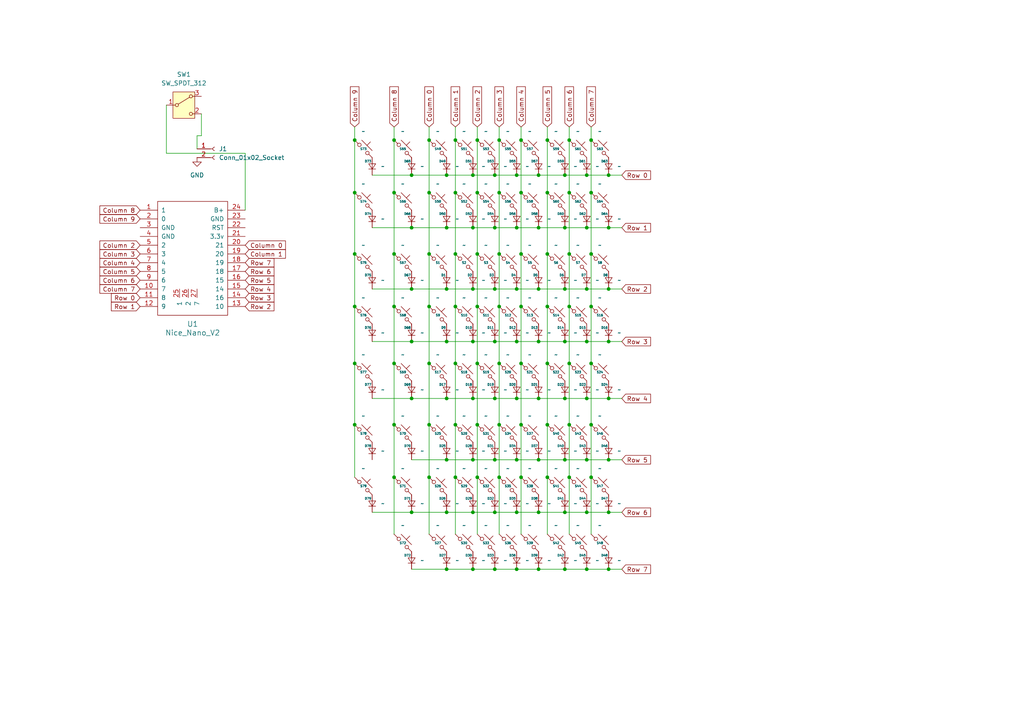
<source format=kicad_sch>
(kicad_sch (version 20250114) (generator "eeschema") (generator_version "9.0")
  (paper "A4")
  (junction (at 151.13 138.43))
  (junction (at 137.16 133.35))
  (junction (at 129.54 148.59))
  (junction (at 176.53 115.57))
  (junction (at 144.78 55.88))
  (junction (at 132.08 73.66))
  (junction (at 137.16 50.8))
  (junction (at 170.18 50.8))
  (junction (at 176.53 50.8))
  (junction (at 170.18 115.57))
  (junction (at 114.3 105.41))
  (junction (at 163.83 133.35))
  (junction (at 176.53 133.35))
  (junction (at 156.21 133.35))
  (junction (at 102.87 40.64))
  (junction (at 163.83 83.82))
  (junction (at 138.43 123.19))
  (junction (at 165.1 73.66))
  (junction (at 114.3 73.66))
  (junction (at 149.86 133.35))
  (junction (at 143.51 50.8))
  (junction (at 114.3 88.9))
  (junction (at 156.21 99.06))
  (junction (at 176.53 148.59))
  (junction (at 124.46 123.19))
  (junction (at 144.78 40.64))
  (junction (at 137.16 66.04))
  (junction (at 176.53 66.04))
  (junction (at 170.18 99.06))
  (junction (at 151.13 55.88))
  (junction (at 171.45 123.19))
  (junction (at 114.3 138.43))
  (junction (at 102.87 88.9))
  (junction (at 163.83 99.06))
  (junction (at 129.54 165.1))
  (junction (at 149.86 50.8))
  (junction (at 102.87 105.41))
  (junction (at 132.08 105.41))
  (junction (at 149.86 148.59))
  (junction (at 124.46 55.88))
  (junction (at 132.08 55.88))
  (junction (at 143.51 66.04))
  (junction (at 119.38 50.8))
  (junction (at 151.13 40.64))
  (junction (at 102.87 73.66))
  (junction (at 171.45 55.88))
  (junction (at 144.78 73.66))
  (junction (at 137.16 148.59))
  (junction (at 149.86 165.1))
  (junction (at 176.53 83.82))
  (junction (at 149.86 66.04))
  (junction (at 129.54 66.04))
  (junction (at 129.54 115.57))
  (junction (at 158.75 105.41))
  (junction (at 144.78 105.41))
  (junction (at 151.13 73.66))
  (junction (at 143.51 83.82))
  (junction (at 144.78 88.9))
  (junction (at 163.83 50.8))
  (junction (at 143.51 115.57))
  (junction (at 124.46 105.41))
  (junction (at 158.75 55.88))
  (junction (at 129.54 83.82))
  (junction (at 124.46 88.9))
  (junction (at 138.43 55.88))
  (junction (at 132.08 138.43))
  (junction (at 176.53 165.1))
  (junction (at 124.46 73.66))
  (junction (at 176.53 99.06))
  (junction (at 143.51 148.59))
  (junction (at 163.83 115.57))
  (junction (at 158.75 40.64))
  (junction (at 151.13 88.9))
  (junction (at 171.45 73.66))
  (junction (at 138.43 88.9))
  (junction (at 129.54 133.35))
  (junction (at 170.18 83.82))
  (junction (at 163.83 66.04))
  (junction (at 138.43 73.66))
  (junction (at 165.1 105.41))
  (junction (at 143.51 165.1))
  (junction (at 102.87 55.88))
  (junction (at 171.45 88.9))
  (junction (at 156.21 165.1))
  (junction (at 114.3 40.64))
  (junction (at 156.21 66.04))
  (junction (at 165.1 55.88))
  (junction (at 156.21 83.82))
  (junction (at 114.3 55.88))
  (junction (at 163.83 148.59))
  (junction (at 163.83 165.1))
  (junction (at 158.75 88.9))
  (junction (at 132.08 123.19))
  (junction (at 119.38 99.06))
  (junction (at 170.18 66.04))
  (junction (at 170.18 165.1))
  (junction (at 158.75 138.43))
  (junction (at 165.1 40.64))
  (junction (at 171.45 138.43))
  (junction (at 165.1 123.19))
  (junction (at 158.75 73.66))
  (junction (at 170.18 148.59))
  (junction (at 137.16 83.82))
  (junction (at 124.46 40.64))
  (junction (at 129.54 99.06))
  (junction (at 102.87 123.19))
  (junction (at 124.46 138.43))
  (junction (at 170.18 133.35))
  (junction (at 119.38 115.57))
  (junction (at 138.43 105.41))
  (junction (at 129.54 50.8))
  (junction (at 143.51 99.06))
  (junction (at 151.13 105.41))
  (junction (at 137.16 165.1))
  (junction (at 158.75 123.19))
  (junction (at 132.08 88.9))
  (junction (at 149.86 83.82))
  (junction (at 165.1 138.43))
  (junction (at 156.21 148.59))
  (junction (at 156.21 115.57))
  (junction (at 119.38 148.59))
  (junction (at 132.08 40.64))
  (junction (at 171.45 105.41))
  (junction (at 144.78 138.43))
  (junction (at 165.1 88.9))
  (junction (at 149.86 99.06))
  (junction (at 144.78 123.19))
  (junction (at 138.43 40.64))
  (junction (at 149.86 115.57))
  (junction (at 151.13 123.19))
  (junction (at 114.3 123.19))
  (junction (at 119.38 66.04))
  (junction (at 138.43 138.43))
  (junction (at 143.51 133.35))
  (junction (at 119.38 83.82))
  (junction (at 171.45 40.64))
  (junction (at 137.16 99.06))
  (junction (at 156.21 50.8))
  (junction (at 137.16 115.57))
  (wire (pts (xy 107.95 66.04) (xy 119.38 66.04)))
  (wire (pts (xy 144.78 73.66) (xy 144.78 88.9)))
  (wire (pts (xy 151.13 123.19) (xy 151.13 138.43)))
  (wire (pts (xy 171.45 105.41) (xy 171.45 123.19)))
  (wire (pts (xy 143.51 83.82) (xy 149.86 83.82)))
  (wire (pts (xy 165.1 73.66) (xy 165.1 88.9)))
  (wire (pts (xy 132.08 123.19) (xy 132.08 138.43)))
  (wire (pts (xy 165.1 138.43) (xy 165.1 154.94)))
  (wire (pts (xy 170.18 133.35) (xy 176.53 133.35)))
  (wire (pts (xy 149.86 115.57) (xy 156.21 115.57)))
  (wire (pts (xy 156.21 148.59) (xy 163.83 148.59)))
  (wire (pts (xy 114.3 123.19) (xy 114.3 138.43)))
  (wire (pts (xy 149.86 165.1) (xy 156.21 165.1)))
  (wire (pts (xy 163.83 133.35) (xy 170.18 133.35)))
  (wire (pts (xy 151.13 36.83) (xy 151.13 40.64)))
  (wire (pts (xy 102.87 36.83) (xy 102.87 40.64)))
  (wire (pts (xy 143.51 115.57) (xy 149.86 115.57)))
  (wire (pts (xy 143.51 133.35) (xy 149.86 133.35)))
  (wire (pts (xy 143.51 50.8) (xy 149.86 50.8)))
  (wire (pts (xy 151.13 105.41) (xy 151.13 123.19)))
  (wire (pts (xy 180.34 165.1) (xy 176.53 165.1)))
  (wire (pts (xy 144.78 138.43) (xy 144.78 154.94)))
  (wire (pts (xy 138.43 40.64) (xy 138.43 55.88)))
  (wire (pts (xy 137.16 115.57) (xy 143.51 115.57)))
  (wire (pts (xy 180.34 50.8) (xy 176.53 50.8)))
  (wire (pts (xy 138.43 105.41) (xy 138.43 123.19)))
  (wire (pts (xy 171.45 123.19) (xy 171.45 138.43)))
  (wire (pts (xy 107.95 83.82) (xy 119.38 83.82)))
  (wire (pts (xy 129.54 99.06) (xy 137.16 99.06)))
  (wire (pts (xy 124.46 40.64) (xy 124.46 55.88)))
  (wire (pts (xy 129.54 66.04) (xy 137.16 66.04)))
  (wire (pts (xy 129.54 50.8) (xy 137.16 50.8)))
  (wire (pts (xy 163.83 66.04) (xy 170.18 66.04)))
  (wire (pts (xy 149.86 99.06) (xy 156.21 99.06)))
  (wire (pts (xy 143.51 99.06) (xy 149.86 99.06)))
  (wire (pts (xy 165.1 88.9) (xy 165.1 105.41)))
  (wire (pts (xy 57.15 39.37) (xy 57.15 43.18)))
  (wire (pts (xy 149.86 50.8) (xy 156.21 50.8)))
  (wire (pts (xy 119.38 133.35) (xy 129.54 133.35)))
  (wire (pts (xy 170.18 66.04) (xy 176.53 66.04)))
  (wire (pts (xy 114.3 73.66) (xy 114.3 88.9)))
  (wire (pts (xy 156.21 133.35) (xy 163.83 133.35)))
  (wire (pts (xy 149.86 133.35) (xy 156.21 133.35)))
  (wire (pts (xy 165.1 36.83) (xy 165.1 40.64)))
  (wire (pts (xy 156.21 50.8) (xy 163.83 50.8)))
  (wire (pts (xy 114.3 40.64) (xy 114.3 55.88)))
  (wire (pts (xy 138.43 36.83) (xy 138.43 40.64)))
  (wire (pts (xy 149.86 148.59) (xy 156.21 148.59)))
  (wire (pts (xy 114.3 105.41) (xy 114.3 123.19)))
  (wire (pts (xy 176.53 99.06) (xy 180.34 99.06)))
  (wire (pts (xy 176.53 66.04) (xy 180.34 66.04)))
  (wire (pts (xy 132.08 105.41) (xy 132.08 123.19)))
  (wire (pts (xy 151.13 55.88) (xy 151.13 73.66)))
  (wire (pts (xy 102.87 88.9) (xy 102.87 105.41)))
  (wire (pts (xy 170.18 148.59) (xy 176.53 148.59)))
  (wire (pts (xy 151.13 73.66) (xy 151.13 88.9)))
  (wire (pts (xy 107.95 115.57) (xy 119.38 115.57)))
  (wire (pts (xy 102.87 105.41) (xy 102.87 123.19)))
  (wire (pts (xy 58.42 39.37) (xy 57.15 39.37)))
  (wire (pts (xy 165.1 40.64) (xy 165.1 55.88)))
  (wire (pts (xy 151.13 138.43) (xy 151.13 154.94)))
  (wire (pts (xy 138.43 123.19) (xy 138.43 138.43)))
  (wire (pts (xy 143.51 165.1) (xy 149.86 165.1)))
  (wire (pts (xy 144.78 88.9) (xy 144.78 105.41)))
  (wire (pts (xy 158.75 123.19) (xy 158.75 138.43)))
  (wire (pts (xy 163.83 99.06) (xy 170.18 99.06)))
  (wire (pts (xy 170.18 165.1) (xy 176.53 165.1)))
  (wire (pts (xy 171.45 40.64) (xy 171.45 55.88)))
  (wire (pts (xy 180.34 133.35) (xy 176.53 133.35)))
  (wire (pts (xy 170.18 99.06) (xy 176.53 99.06)))
  (wire (pts (xy 124.46 105.41) (xy 124.46 123.19)))
  (wire (pts (xy 171.45 73.66) (xy 171.45 88.9)))
  (wire (pts (xy 156.21 99.06) (xy 163.83 99.06)))
  (wire (pts (xy 137.16 148.59) (xy 143.51 148.59)))
  (wire (pts (xy 144.78 123.19) (xy 144.78 138.43)))
  (wire (pts (xy 165.1 55.88) (xy 165.1 73.66)))
  (wire (pts (xy 129.54 133.35) (xy 137.16 133.35)))
  (wire (pts (xy 114.3 138.43) (xy 114.3 154.94)))
  (wire (pts (xy 156.21 83.82) (xy 163.83 83.82)))
  (wire (pts (xy 138.43 55.88) (xy 138.43 73.66)))
  (wire (pts (xy 138.43 88.9) (xy 138.43 105.41)))
  (wire (pts (xy 158.75 55.88) (xy 158.75 73.66)))
  (wire (pts (xy 119.38 50.8) (xy 129.54 50.8)))
  (wire (pts (xy 143.51 148.59) (xy 149.86 148.59)))
  (wire (pts (xy 124.46 36.83) (xy 124.46 40.64)))
  (wire (pts (xy 170.18 50.8) (xy 176.53 50.8)))
  (wire (pts (xy 143.51 66.04) (xy 149.86 66.04)))
  (wire (pts (xy 176.53 83.82) (xy 180.34 83.82)))
  (wire (pts (xy 137.16 83.82) (xy 143.51 83.82)))
  (wire (pts (xy 102.87 55.88) (xy 102.87 73.66)))
  (wire (pts (xy 137.16 165.1) (xy 143.51 165.1)))
  (wire (pts (xy 132.08 88.9) (xy 132.08 105.41)))
  (wire (pts (xy 137.16 66.04) (xy 143.51 66.04)))
  (wire (pts (xy 129.54 83.82) (xy 137.16 83.82)))
  (wire (pts (xy 180.34 115.57) (xy 176.53 115.57)))
  (wire (pts (xy 137.16 133.35) (xy 143.51 133.35)))
  (wire (pts (xy 171.45 55.88) (xy 171.45 73.66)))
  (wire (pts (xy 119.38 99.06) (xy 129.54 99.06)))
  (wire (pts (xy 114.3 36.83) (xy 114.3 40.64)))
  (wire (pts (xy 129.54 148.59) (xy 137.16 148.59)))
  (wire (pts (xy 48.26 44.45) (xy 48.26 30.48)))
  (wire (pts (xy 144.78 40.64) (xy 144.78 55.88)))
  (wire (pts (xy 132.08 36.83) (xy 132.08 40.64)))
  (wire (pts (xy 151.13 88.9) (xy 151.13 105.41)))
  (wire (pts (xy 144.78 105.41) (xy 144.78 123.19)))
  (wire (pts (xy 107.95 50.8) (xy 119.38 50.8)))
  (wire (pts (xy 156.21 66.04) (xy 163.83 66.04)))
  (wire (pts (xy 158.75 36.83) (xy 158.75 40.64)))
  (wire (pts (xy 137.16 50.8) (xy 143.51 50.8)))
  (wire (pts (xy 144.78 36.83) (xy 144.78 40.64)))
  (wire (pts (xy 163.83 83.82) (xy 170.18 83.82)))
  (wire (pts (xy 132.08 40.64) (xy 132.08 55.88)))
  (wire (pts (xy 151.13 40.64) (xy 151.13 55.88)))
  (wire (pts (xy 119.38 115.57) (xy 129.54 115.57)))
  (wire (pts (xy 149.86 83.82) (xy 156.21 83.82)))
  (wire (pts (xy 129.54 115.57) (xy 137.16 115.57)))
  (wire (pts (xy 71.12 44.45) (xy 71.12 60.96)))
  (wire (pts (xy 144.78 55.88) (xy 144.78 73.66)))
  (wire (pts (xy 124.46 73.66) (xy 124.46 88.9)))
  (wire (pts (xy 124.46 138.43) (xy 124.46 154.94)))
  (wire (pts (xy 171.45 138.43) (xy 171.45 154.94)))
  (wire (pts (xy 107.95 148.59) (xy 119.38 148.59)))
  (wire (pts (xy 119.38 66.04) (xy 129.54 66.04)))
  (wire (pts (xy 119.38 165.1) (xy 129.54 165.1)))
  (wire (pts (xy 119.38 148.59) (xy 129.54 148.59)))
  (wire (pts (xy 158.75 105.41) (xy 158.75 123.19)))
  (wire (pts (xy 149.86 66.04) (xy 156.21 66.04)))
  (wire (pts (xy 171.45 36.83) (xy 171.45 40.64)))
  (wire (pts (xy 158.75 88.9) (xy 158.75 105.41)))
  (wire (pts (xy 124.46 55.88) (xy 124.46 73.66)))
  (wire (pts (xy 132.08 73.66) (xy 132.08 88.9)))
  (wire (pts (xy 124.46 88.9) (xy 124.46 105.41)))
  (wire (pts (xy 138.43 73.66) (xy 138.43 88.9)))
  (wire (pts (xy 158.75 40.64) (xy 158.75 55.88)))
  (wire (pts (xy 163.83 115.57) (xy 170.18 115.57)))
  (wire (pts (xy 114.3 88.9) (xy 114.3 105.41)))
  (wire (pts (xy 165.1 105.41) (xy 165.1 123.19)))
  (wire (pts (xy 170.18 83.82) (xy 176.53 83.82)))
  (wire (pts (xy 102.87 73.66) (xy 102.87 88.9)))
  (wire (pts (xy 114.3 55.88) (xy 114.3 73.66)))
  (wire (pts (xy 163.83 165.1) (xy 170.18 165.1)))
  (wire (pts (xy 156.21 165.1) (xy 163.83 165.1)))
  (wire (pts (xy 129.54 165.1) (xy 137.16 165.1)))
  (wire (pts (xy 138.43 138.43) (xy 138.43 154.94)))
  (wire (pts (xy 132.08 55.88) (xy 132.08 73.66)))
  (wire (pts (xy 171.45 88.9) (xy 171.45 105.41)))
  (wire (pts (xy 119.38 83.82) (xy 129.54 83.82)))
  (wire (pts (xy 165.1 123.19) (xy 165.1 138.43)))
  (wire (pts (xy 124.46 123.19) (xy 124.46 138.43)))
  (wire (pts (xy 158.75 73.66) (xy 158.75 88.9)))
  (wire (pts (xy 180.34 148.59) (xy 176.53 148.59)))
  (wire (pts (xy 137.16 99.06) (xy 143.51 99.06)))
  (wire (pts (xy 58.42 33.02) (xy 58.42 39.37)))
  (wire (pts (xy 102.87 40.64) (xy 102.87 55.88)))
  (wire (pts (xy 156.21 115.57) (xy 163.83 115.57)))
  (wire (pts (xy 158.75 138.43) (xy 158.75 154.94)))
  (wire (pts (xy 170.18 115.57) (xy 176.53 115.57)))
  (wire (pts (xy 163.83 50.8) (xy 170.18 50.8)))
  (wire (pts (xy 132.08 138.43) (xy 132.08 154.94)))
  (wire (pts (xy 163.83 148.59) (xy 170.18 148.59)))
  (wire (pts (xy 107.95 99.06) (xy 119.38 99.06)))
  (wire (pts (xy 48.26 44.45) (xy 71.12 44.45)))
  (wire (pts (xy 102.87 123.19) (xy 102.87 138.43)))
  (global_label "Row 5" (shape input) (at 71.12 81.28 0) (property "Intersheetrefs" "${INTERSHEET_REFS}" (effects (hide yes))))
  (global_label "Column 5" (shape input) (at 40.64 78.74 180) (property "Intersheetrefs" "${INTERSHEET_REFS}" (effects (hide yes))))
  (global_label "Column 9" (shape input) (at 102.87 36.83 90) (property "Intersheetrefs" "${INTERSHEET_REFS}" (effects (hide yes))))
  (global_label "Column 2" (shape input) (at 40.64 71.12 180) (property "Intersheetrefs" "${INTERSHEET_REFS}" (effects (hide yes))))
  (global_label "Column 1" (shape input) (at 132.08 36.83 90) (property "Intersheetrefs" "${INTERSHEET_REFS}" (effects (hide yes))))
  (global_label "Column 6" (shape input) (at 165.1 36.83 90) (property "Intersheetrefs" "${INTERSHEET_REFS}" (effects (hide yes))))
  (global_label "Column 7" (shape input) (at 40.64 83.82 180) (property "Intersheetrefs" "${INTERSHEET_REFS}" (effects (hide yes))))
  (global_label "Row 4" (shape input) (at 71.12 83.82 0) (property "Intersheetrefs" "${INTERSHEET_REFS}" (effects (hide yes))))
  (global_label "Row 7" (shape input) (at 71.12 76.2 0) (property "Intersheetrefs" "${INTERSHEET_REFS}" (effects (hide yes))))
  (global_label "Column 8" (shape input) (at 40.64 60.96 180) (property "Intersheetrefs" "${INTERSHEET_REFS}" (effects (hide yes))))
  (global_label "Row 6" (shape input) (at 180.34 148.59 0) (property "Intersheetrefs" "${INTERSHEET_REFS}" (effects (hide yes))))
  (global_label "Row 0" (shape input) (at 180.34 50.8 0) (property "Intersheetrefs" "${INTERSHEET_REFS}" (effects (hide yes))))
  (global_label "Column 7" (shape input) (at 171.45 36.83 90) (property "Intersheetrefs" "${INTERSHEET_REFS}" (effects (hide yes))))
  (global_label "Column 4" (shape input) (at 40.64 76.2 180) (property "Intersheetrefs" "${INTERSHEET_REFS}" (effects (hide yes))))
  (global_label "Row 2" (shape input) (at 71.12 88.9 0) (property "Intersheetrefs" "${INTERSHEET_REFS}" (effects (hide yes))))
  (global_label "Row 4" (shape input) (at 180.34 115.57 0) (property "Intersheetrefs" "${INTERSHEET_REFS}" (effects (hide yes))))
  (global_label "Row 3" (shape input) (at 180.34 99.06 0) (property "Intersheetrefs" "${INTERSHEET_REFS}" (effects (hide yes))))
  (global_label "Row 0" (shape input) (at 40.64 86.36 180) (property "Intersheetrefs" "${INTERSHEET_REFS}" (effects (hide yes))))
  (global_label "Column 3" (shape input) (at 40.64 73.66 180) (property "Intersheetrefs" "${INTERSHEET_REFS}" (effects (hide yes))))
  (global_label "Column 3" (shape input) (at 144.78 36.83 90) (property "Intersheetrefs" "${INTERSHEET_REFS}" (effects (hide yes))))
  (global_label "Row 6" (shape input) (at 71.12 78.74 0) (property "Intersheetrefs" "${INTERSHEET_REFS}" (effects (hide yes))))
  (global_label "Column 1" (shape input) (at 71.12 73.66 0) (property "Intersheetrefs" "${INTERSHEET_REFS}" (effects (hide yes))))
  (global_label "Column 0" (shape input) (at 124.46 36.83 90) (property "Intersheetrefs" "${INTERSHEET_REFS}" (effects (hide yes))))
  (global_label "Column 4" (shape input) (at 151.13 36.83 90) (property "Intersheetrefs" "${INTERSHEET_REFS}" (effects (hide yes))))
  (global_label "Column 8" (shape input) (at 114.3 36.83 90) (property "Intersheetrefs" "${INTERSHEET_REFS}" (effects (hide yes))))
  (global_label "Row 3" (shape input) (at 71.12 86.36 0) (property "Intersheetrefs" "${INTERSHEET_REFS}" (effects (hide yes))))
  (global_label "Row 7" (shape input) (at 180.34 165.1 0) (property "Intersheetrefs" "${INTERSHEET_REFS}" (effects (hide yes))))
  (global_label "Column 5" (shape input) (at 158.75 36.83 90) (property "Intersheetrefs" "${INTERSHEET_REFS}" (effects (hide yes))))
  (global_label "Row 1" (shape input) (at 180.34 66.04 0) (property "Intersheetrefs" "${INTERSHEET_REFS}" (effects (hide yes))))
  (global_label "Row 5" (shape input) (at 180.34 133.35 0) (property "Intersheetrefs" "${INTERSHEET_REFS}" (effects (hide yes))))
  (global_label "Column 0" (shape input) (at 71.12 71.12 0) (property "Intersheetrefs" "${INTERSHEET_REFS}" (effects (hide yes))))
  (global_label "Column 2" (shape input) (at 138.43 36.83 90) (property "Intersheetrefs" "${INTERSHEET_REFS}" (effects (hide yes))))
  (global_label "Column 6" (shape input) (at 40.64 81.28 180) (property "Intersheetrefs" "${INTERSHEET_REFS}" (effects (hide yes))))
  (global_label "Row 1" (shape input) (at 40.64 88.9 180) (property "Intersheetrefs" "${INTERSHEET_REFS}" (effects (hide yes))))
  (global_label "Row 2" (shape input) (at 180.34 83.82 0) (property "Intersheetrefs" "${INTERSHEET_REFS}" (effects (hide yes))))
  (global_label "Column 9" (shape input) (at 40.64 63.5 180) (property "Intersheetrefs" "${INTERSHEET_REFS}" (effects (hide yes))))
  (symbol (lib_id "ScottoKeebs:Placeholder_Keyswitch") (at 173.99 125.73 0) (unit 1)
    (property "Reference" "S46" (at 173.99 125.73 0) (effects (font (size 0.635 0.635) (thickness 0.127) (bold yes))))
    (property "Value" "~" (at 173.99 120.65 0))
    (property "Footprint" "ScottoKeebs_Hotswap:Hotswap_MX_1.00u" (effects (hide yes)))
  )
  (symbol (lib_id "ScottoKeebs:Placeholder_Diode") (at 176.53 130.81 0) (unit 1)
    (property "Reference" "D46" (at 176.38 129.744 0) (effects (font (size 0.635 0.635) (thickness 0.127) (bold yes)) (justify right bottom)))
    (property "Value" "~" (at 179.07 130.8099 0) (effects (justify left)))
    (property "Footprint" "ScottoKeebs_Components:Diode_SOD-123" (effects (hide yes)))
  )
  (symbol (lib_id "ScottoKeebs:Placeholder_Diode") (at 170.18 162.56 0) (unit 1)
    (property "Reference" "D45" (at 170.03 161.494 0) (effects (font (size 0.635 0.635) (thickness 0.127) (bold yes)) (justify right bottom)))
    (property "Value" "~" (at 172.72 162.5599 0) (effects (justify left)))
    (property "Footprint" "ScottoKeebs_Components:Diode_SOD-123" (effects (hide yes)))
  )
  (symbol (lib_id "ScottoKeebs:Placeholder_Keyswitch") (at 167.64 58.42 0) (unit 1)
    (property "Reference" "S62" (at 167.64 58.42 0) (effects (font (size 0.635 0.635) (thickness 0.127) (bold yes))))
    (property "Value" "~" (at 167.64 53.34 0))
    (property "Footprint" "ScottoKeebs_Hotswap:Hotswap_MX_1.00u" (effects (hide yes)))
  )
  (symbol (lib_id "ScottoKeebs:Placeholder_Diode") (at 119.38 130.81 0) (unit 1)
    (property "Reference" "D70" (at 119.23 129.744 0) (effects (font (size 0.635 0.635) (thickness 0.127) (bold yes)) (justify right bottom)))
    (property "Value" "~" (at 121.92 130.8099 0) (effects (justify left)))
    (property "Footprint" "ScottoKeebs_Components:Diode_SOD-123" (effects (hide yes)))
  )
  (symbol (lib_id "ScottoKeebs:Placeholder_Keyswitch") (at 134.62 43.18 0) (unit 1)
    (property "Reference" "S51" (at 134.62 43.18 0) (effects (font (size 0.635 0.635) (thickness 0.127) (bold yes))))
    (property "Value" "~" (at 134.62 38.1 0))
    (property "Footprint" "ScottoKeebs_Hotswap:Hotswap_MX_1.00u" (effects (hide yes)))
  )
  (symbol (lib_id "ScottoKeebs:Placeholder_Diode") (at 137.16 48.26 0) (unit 1)
    (property "Reference" "D51" (at 137.01 47.194 0) (effects (font (size 0.635 0.635) (thickness 0.127) (bold yes)) (justify right bottom)))
    (property "Value" "~" (at 139.7 48.2599 0) (effects (justify left)))
    (property "Footprint" "ScottoKeebs_Components:Diode_SOD-123" (effects (hide yes)))
  )
  (symbol (lib_id "ScottoKeebs:Placeholder_Diode") (at 107.95 81.28 0) (unit 1)
    (property "Reference" "D75" (at 107.8 80.214 0) (effects (font (size 0.635 0.635) (thickness 0.127) (bold yes)) (justify right bottom)))
    (property "Value" "~" (at 110.49 81.2799 0) (effects (justify left)))
    (property "Footprint" "ScottoKeebs_Components:Diode_SOD-123" (effects (hide yes)))
  )
  (symbol (lib_id "ScottoKeebs:Placeholder_Keyswitch") (at 153.67 157.48 0) (unit 1)
    (property "Reference" "S39" (at 153.67 157.48 0) (effects (font (size 0.635 0.635) (thickness 0.127) (bold yes))))
    (property "Value" "~" (at 153.67 152.4 0))
    (property "Footprint" "ScottoKeebs_Hotswap:Hotswap_MX_1.00u" (effects (hide yes)))
  )
  (symbol (lib_id "ScottoKeebs:Placeholder_Keyswitch") (at 161.29 107.95 0) (unit 1)
    (property "Reference" "S22" (at 161.29 107.95 0) (effects (font (size 0.635 0.635) (thickness 0.127) (bold yes))))
    (property "Value" "~" (at 161.29 102.87 0))
    (property "Footprint" "ScottoKeebs_Hotswap:Hotswap_MX_1.00u" (effects (hide yes)))
  )
  (symbol (lib_id "ScottoKeebs:Placeholder_Diode") (at 107.95 48.26 0) (unit 1)
    (property "Reference" "D73" (at 107.8 47.194 0) (effects (font (size 0.635 0.635) (thickness 0.127) (bold yes)) (justify right bottom)))
    (property "Value" "~" (at 110.49 48.2599 0) (effects (justify left)))
    (property "Footprint" "ScottoKeebs_Components:Diode_SOD-123" (effects (hide yes)))
  )
  (symbol (lib_id "ScottoKeebs:Placeholder_Diode") (at 163.83 162.56 0) (unit 1)
    (property "Reference" "D42" (at 163.68 161.494 0) (effects (font (size 0.635 0.635) (thickness 0.127) (bold yes)) (justify right bottom)))
    (property "Value" "~" (at 166.37 162.5599 0) (effects (justify left)))
    (property "Footprint" "ScottoKeebs_Components:Diode_SOD-123" (effects (hide yes)))
  )
  (symbol (lib_id "ScottoKeebs:Placeholder_Keyswitch") (at 105.41 58.42 0) (unit 1)
    (property "Reference" "S74" (at 105.41 58.42 0) (effects (font (size 0.635 0.635) (thickness 0.127) (bold yes))))
    (property "Value" "~" (at 105.41 53.34 0))
    (property "Footprint" "ScottoKeebs_Hotswap:Hotswap_MX_1.00u" (effects (hide yes)))
  )
  (symbol (lib_id "ScottoKeebs:Placeholder_Diode") (at 163.83 48.26 0) (unit 1)
    (property "Reference" "D59" (at 163.68 47.194 0) (effects (font (size 0.635 0.635) (thickness 0.127) (bold yes)) (justify right bottom)))
    (property "Value" "~" (at 166.37 48.2599 0) (effects (justify left)))
    (property "Footprint" "ScottoKeebs_Components:Diode_SOD-123" (effects (hide yes)))
  )
  (symbol (lib_id "ScottoKeebs:Placeholder_Diode") (at 129.54 63.5 0) (unit 1)
    (property "Reference" "D50" (at 129.39 62.434 0) (effects (font (size 0.635 0.635) (thickness 0.127) (bold yes)) (justify right bottom)))
    (property "Value" "~" (at 132.08 63.4999 0) (effects (justify left)))
    (property "Footprint" "ScottoKeebs_Components:Diode_SOD-123" (effects (hide yes)))
  )
  (symbol (lib_id "ScottoKeebs:Placeholder_Diode") (at 143.51 113.03 0) (unit 1)
    (property "Reference" "D19" (at 143.36 111.964 0) (effects (font (size 0.635 0.635) (thickness 0.127) (bold yes)) (justify right bottom)))
    (property "Value" "~" (at 146.05 113.0299 0) (effects (justify left)))
    (property "Footprint" "ScottoKeebs_Components:Diode_SOD-123" (effects (hide yes)))
  )
  (symbol (lib_id "ScottoKeebs:Placeholder_Keyswitch") (at 161.29 125.73 0) (unit 1)
    (property "Reference" "S40" (at 161.29 125.73 0) (effects (font (size 0.635 0.635) (thickness 0.127) (bold yes))))
    (property "Value" "~" (at 161.29 120.65 0))
    (property "Footprint" "ScottoKeebs_Hotswap:Hotswap_MX_1.00u" (effects (hide yes)))
  )
  (symbol (lib_id "ScottoKeebs:Placeholder_Diode") (at 143.51 81.28 0) (unit 1)
    (property "Reference" "D3" (at 143.36 80.214 0) (effects (font (size 0.635 0.635) (thickness 0.127) (bold yes)) (justify right bottom)))
    (property "Value" "~" (at 146.05 81.2799 0) (effects (justify left)))
    (property "Footprint" "ScottoKeebs_Components:Diode_SOD-123" (effects (hide yes)))
  )
  (symbol (lib_id "ScottoKeebs:Placeholder_Diode") (at 143.51 130.81 0) (unit 1)
    (property "Reference" "D31" (at 143.36 129.744 0) (effects (font (size 0.635 0.635) (thickness 0.127) (bold yes)) (justify right bottom)))
    (property "Value" "~" (at 146.05 130.8099 0) (effects (justify left)))
    (property "Footprint" "ScottoKeebs_Components:Diode_SOD-123" (effects (hide yes)))
  )
  (symbol (lib_id "ScottoKeebs:Placeholder_Diode") (at 170.18 81.28 0) (unit 1)
    (property "Reference" "D7" (at 170.03 80.214 0) (effects (font (size 0.635 0.635) (thickness 0.127) (bold yes)) (justify right bottom)))
    (property "Value" "~" (at 172.72 81.2799 0) (effects (justify left)))
    (property "Footprint" "ScottoKeebs_Components:Diode_SOD-123" (effects (hide yes)))
  )
  (symbol (lib_id "ScottoKeebs:Placeholder_Keyswitch") (at 161.29 91.44 0) (unit 1)
    (property "Reference" "S14" (at 161.29 91.44 0) (effects (font (size 0.635 0.635) (thickness 0.127) (bold yes))))
    (property "Value" "~" (at 161.29 86.36 0))
    (property "Footprint" "ScottoKeebs_Hotswap:Hotswap_MX_1.00u" (effects (hide yes)))
  )
  (symbol (lib_id "ScottoKeebs:Placeholder_Diode") (at 137.16 96.52 0) (unit 1)
    (property "Reference" "D10" (at 137.01 95.454 0) (effects (font (size 0.635 0.635) (thickness 0.127) (bold yes)) (justify right bottom)))
    (property "Value" "~" (at 139.7 96.5199 0) (effects (justify left)))
    (property "Footprint" "ScottoKeebs_Components:Diode_SOD-123" (effects (hide yes)))
  )
  (symbol (lib_id "ScottoKeebs:Placeholder_Keyswitch") (at 147.32 76.2 0) (unit 1)
    (property "Reference" "S4" (at 147.32 76.2 0) (effects (font (size 0.635 0.635) (thickness 0.127) (bold yes))))
    (property "Value" "~" (at 147.32 71.12 0))
    (property "Footprint" "ScottoKeebs_Hotswap:Hotswap_MX_1.00u" (effects (hide yes)))
  )
  (symbol (lib_id "ScottoKeebs:Placeholder_Diode") (at 149.86 162.56 0) (unit 1)
    (property "Reference" "D36" (at 149.71 161.494 0) (effects (font (size 0.635 0.635) (thickness 0.127) (bold yes)) (justify right bottom)))
    (property "Value" "~" (at 152.4 162.5599 0) (effects (justify left)))
    (property "Footprint" "ScottoKeebs_Components:Diode_SOD-123" (effects (hide yes)))
  )
  (symbol (lib_id "ScottoKeebs:Placeholder_Diode") (at 149.86 48.26 0) (unit 1)
    (property "Reference" "D55" (at 149.71 47.194 0) (effects (font (size 0.635 0.635) (thickness 0.127) (bold yes)) (justify right bottom)))
    (property "Value" "~" (at 152.4 48.2599 0) (effects (justify left)))
    (property "Footprint" "ScottoKeebs_Components:Diode_SOD-123" (effects (hide yes)))
  )
  (symbol (lib_id "ScottoKeebs:Placeholder_Diode") (at 119.38 162.56 0) (unit 1)
    (property "Reference" "D72" (at 119.23 161.494 0) (effects (font (size 0.635 0.635) (thickness 0.127) (bold yes)) (justify right bottom)))
    (property "Value" "~" (at 121.92 162.5599 0) (effects (justify left)))
    (property "Footprint" "ScottoKeebs_Components:Diode_SOD-123" (effects (hide yes)))
  )
  (symbol (lib_id "ScottoKeebs:Placeholder_Diode") (at 176.53 113.03 0) (unit 1)
    (property "Reference" "D24" (at 176.38 111.964 0) (effects (font (size 0.635 0.635) (thickness 0.127) (bold yes)) (justify right bottom)))
    (property "Value" "~" (at 179.07 113.0299 0) (effects (justify left)))
    (property "Footprint" "ScottoKeebs_Components:Diode_SOD-123" (effects (hide yes)))
  )
  (symbol (lib_id "ScottoKeebs:Placeholder_Keyswitch") (at 134.62 58.42 0) (unit 1)
    (property "Reference" "S52" (at 134.62 58.42 0) (effects (font (size 0.635 0.635) (thickness 0.127) (bold yes))))
    (property "Value" "~" (at 134.62 53.34 0))
    (property "Footprint" "ScottoKeebs_Hotswap:Hotswap_MX_1.00u" (effects (hide yes)))
  )
  (symbol (lib_id "ScottoKeebs:Placeholder_Keyswitch") (at 105.41 125.73 0) (unit 1)
    (property "Reference" "S78" (at 105.41 125.73 0) (effects (font (size 0.635 0.635) (thickness 0.127) (bold yes))))
    (property "Value" "~" (at 105.41 120.65 0))
    (property "Footprint" "ScottoKeebs_Hotswap:Hotswap_MX_1.00u" (effects (hide yes)))
  )
  (symbol (lib_id "ScottoKeebs:Placeholder_Keyswitch") (at 140.97 157.48 0) (unit 1)
    (property "Reference" "S33" (at 140.97 157.48 0) (effects (font (size 0.635 0.635) (thickness 0.127) (bold yes))))
    (property "Value" "~" (at 140.97 152.4 0))
    (property "Footprint" "ScottoKeebs_Hotswap:Hotswap_MX_1.00u" (effects (hide yes)))
  )
  (symbol (lib_id "ScottoKeebs:Placeholder_Diode") (at 137.16 113.03 0) (unit 1)
    (property "Reference" "D18" (at 137.01 111.964 0) (effects (font (size 0.635 0.635) (thickness 0.127) (bold yes)) (justify right bottom)))
    (property "Value" "~" (at 139.7 113.0299 0) (effects (justify left)))
    (property "Footprint" "ScottoKeebs_Components:Diode_SOD-123" (effects (hide yes)))
  )
  (symbol (lib_id "ScottoKeebs:Placeholder_Keyswitch") (at 147.32 58.42 0) (unit 1)
    (property "Reference" "S56" (at 147.32 58.42 0) (effects (font (size 0.635 0.635) (thickness 0.127) (bold yes))))
    (property "Value" "~" (at 147.32 53.34 0))
    (property "Footprint" "ScottoKeebs_Hotswap:Hotswap_MX_1.00u" (effects (hide yes)))
  )
  (symbol (lib_id "ScottoKeebs:Placeholder_Diode") (at 137.16 81.28 0) (unit 1)
    (property "Reference" "D2" (at 137.01 80.214 0) (effects (font (size 0.635 0.635) (thickness 0.127) (bold yes)) (justify right bottom)))
    (property "Value" "~" (at 139.7 81.2799 0) (effects (justify left)))
    (property "Footprint" "ScottoKeebs_Components:Diode_SOD-123" (effects (hide yes)))
  )
  (symbol (lib_id "ScottoKeebs:Placeholder_Keyswitch") (at 173.99 107.95 0) (unit 1)
    (property "Reference" "S24" (at 173.99 107.95 0) (effects (font (size 0.635 0.635) (thickness 0.127) (bold yes))))
    (property "Value" "~" (at 173.99 102.87 0))
    (property "Footprint" "ScottoKeebs_Hotswap:Hotswap_MX_1.00u" (effects (hide yes)))
  )
  (symbol (lib_id "ScottoKeebs:Placeholder_Diode") (at 107.95 96.52 0) (unit 1)
    (property "Reference" "D76" (at 107.8 95.454 0) (effects (font (size 0.635 0.635) (thickness 0.127) (bold yes)) (justify right bottom)))
    (property "Value" "~" (at 110.49 96.5199 0) (effects (justify left)))
    (property "Footprint" "ScottoKeebs_Components:Diode_SOD-123" (effects (hide yes)))
  )
  (symbol (lib_id "ScottoKeebs:Placeholder_Keyswitch") (at 116.84 91.44 0) (unit 1)
    (property "Reference" "S68" (at 116.84 91.44 0) (effects (font (size 0.635 0.635) (thickness 0.127) (bold yes))))
    (property "Value" "~" (at 116.84 86.36 0))
    (property "Footprint" "ScottoKeebs_Hotswap:Hotswap_MX_1.00u" (effects (hide yes)))
  )
  (symbol (lib_id "ScottoKeebs:Placeholder_Diode") (at 137.16 162.56 0) (unit 1)
    (property "Reference" "D30" (at 137.01 161.494 0) (effects (font (size 0.635 0.635) (thickness 0.127) (bold yes)) (justify right bottom)))
    (property "Value" "~" (at 139.7 162.5599 0) (effects (justify left)))
    (property "Footprint" "ScottoKeebs_Components:Diode_SOD-123" (effects (hide yes)))
  )
  (symbol (lib_id "ScottoKeebs:Placeholder_Diode") (at 156.21 146.05 0) (unit 1)
    (property "Reference" "D38" (at 156.06 144.984 0) (effects (font (size 0.635 0.635) (thickness 0.127) (bold yes)) (justify right bottom)))
    (property "Value" "~" (at 158.75 146.0499 0) (effects (justify left)))
    (property "Footprint" "ScottoKeebs_Components:Diode_SOD-123" (effects (hide yes)))
  )
  (symbol (lib_id "ScottoKeebs:Placeholder_Diode") (at 119.38 113.03 0) (unit 1)
    (property "Reference" "D69" (at 119.23 111.964 0) (effects (font (size 0.635 0.635) (thickness 0.127) (bold yes)) (justify right bottom)))
    (property "Value" "~" (at 121.92 113.0299 0) (effects (justify left)))
    (property "Footprint" "ScottoKeebs_Components:Diode_SOD-123" (effects (hide yes)))
  )
  (symbol (lib_id "ScottoKeebs:Placeholder_Keyswitch") (at 140.97 91.44 0) (unit 1)
    (property "Reference" "S11" (at 140.97 91.44 0) (effects (font (size 0.635 0.635) (thickness 0.127) (bold yes))))
    (property "Value" "~" (at 140.97 86.36 0))
    (property "Footprint" "ScottoKeebs_Hotswap:Hotswap_MX_1.00u" (effects (hide yes)))
  )
  (symbol (lib_id "ScottoKeebs:Placeholder_Diode") (at 163.83 146.05 0) (unit 1)
    (property "Reference" "D41" (at 163.68 144.984 0) (effects (font (size 0.635 0.635) (thickness 0.127) (bold yes)) (justify right bottom)))
    (property "Value" "~" (at 166.37 146.0499 0) (effects (justify left)))
    (property "Footprint" "ScottoKeebs_Components:Diode_SOD-123" (effects (hide yes)))
  )
  (symbol (lib_id "ScottoKeebs:Placeholder_Keyswitch") (at 167.64 43.18 0) (unit 1)
    (property "Reference" "S61" (at 167.64 43.18 0) (effects (font (size 0.635 0.635) (thickness 0.127) (bold yes))))
    (property "Value" "~" (at 167.64 38.1 0))
    (property "Footprint" "ScottoKeebs_Hotswap:Hotswap_MX_1.00u" (effects (hide yes)))
  )
  (symbol (lib_id "ScottoKeebs:Placeholder_Keyswitch") (at 153.67 107.95 0) (unit 1)
    (property "Reference" "S21" (at 153.67 107.95 0) (effects (font (size 0.635 0.635) (thickness 0.127) (bold yes))))
    (property "Value" "~" (at 153.67 102.87 0))
    (property "Footprint" "ScottoKeebs_Hotswap:Hotswap_MX_1.00u" (effects (hide yes)))
  )
  (symbol (lib_id "ScottoKeebs:Placeholder_Keyswitch") (at 134.62 91.44 0) (unit 1)
    (property "Reference" "S10" (at 134.62 91.44 0) (effects (font (size 0.635 0.635) (thickness 0.127) (bold yes))))
    (property "Value" "~" (at 134.62 86.36 0))
    (property "Footprint" "ScottoKeebs_Hotswap:Hotswap_MX_1.00u" (effects (hide yes)))
  )
  (symbol (lib_id "ScottoKeebs:Placeholder_Keyswitch") (at 153.67 58.42 0) (unit 1)
    (property "Reference" "S58" (at 153.67 58.42 0) (effects (font (size 0.635 0.635) (thickness 0.127) (bold yes))))
    (property "Value" "~" (at 153.67 53.34 0))
    (property "Footprint" "ScottoKeebs_Hotswap:Hotswap_MX_1.00u" (effects (hide yes)))
  )
  (symbol (lib_id "ScottoKeebs:Placeholder_Keyswitch") (at 116.84 76.2 0) (unit 1)
    (property "Reference" "S67" (at 116.84 76.2 0) (effects (font (size 0.635 0.635) (thickness 0.127) (bold yes))))
    (property "Value" "~" (at 116.84 71.12 0))
    (property "Footprint" "ScottoKeebs_Hotswap:Hotswap_MX_1.00u" (effects (hide yes)))
  )
  (symbol (lib_id "ScottoKeebs:Placeholder_Keyswitch") (at 161.29 76.2 0) (unit 1)
    (property "Reference" "S6" (at 161.29 76.2 0) (effects (font (size 0.635 0.635) (thickness 0.127) (bold yes))))
    (property "Value" "~" (at 161.29 71.12 0))
    (property "Footprint" "ScottoKeebs_Hotswap:Hotswap_MX_1.00u" (effects (hide yes)))
  )
  (symbol (lib_id "power:GND") (at 57.15 45.72 0) (unit 1)
    (property "Reference" "#PWR01" (effects (hide yes)))
    (property "Value" "GND" (at 57.15 50.8 0))
    (property "Description" "Power symbol creates a global label with name \"GND\" , ground" (effects (hide yes)))
  )
  (symbol (lib_id "ScottoKeebs:Placeholder_Keyswitch") (at 147.32 157.48 0) (unit 1)
    (property "Reference" "S36" (at 147.32 157.48 0) (effects (font (size 0.635 0.635) (thickness 0.127) (bold yes))))
    (property "Value" "~" (at 147.32 152.4 0))
    (property "Footprint" "ScottoKeebs_Hotswap:Hotswap_MX_1.00u" (effects (hide yes)))
  )
  (symbol (lib_id "ScottoKeebs:Placeholder_Keyswitch") (at 173.99 140.97 0) (unit 1)
    (property "Reference" "S47" (at 173.99 140.97 0) (effects (font (size 0.635 0.635) (thickness 0.127) (bold yes))))
    (property "Value" "~" (at 173.99 135.89 0))
    (property "Footprint" "ScottoKeebs_Hotswap:Hotswap_MX_1.00u" (effects (hide yes)))
  )
  (symbol (lib_id "ScottoKeebs:Placeholder_Diode") (at 107.95 63.5 0) (unit 1)
    (property "Reference" "D74" (at 107.8 62.434 0) (effects (font (size 0.635 0.635) (thickness 0.127) (bold yes)) (justify right bottom)))
    (property "Value" "~" (at 110.49 63.4999 0) (effects (justify left)))
    (property "Footprint" "ScottoKeebs_Components:Diode_SOD-123" (effects (hide yes)))
  )
  (symbol (lib_id "ScottoKeebs:Placeholder_Diode") (at 176.53 96.52 0) (unit 1)
    (property "Reference" "D16" (at 176.38 95.454 0) (effects (font (size 0.635 0.635) (thickness 0.127) (bold yes)) (justify right bottom)))
    (property "Value" "~" (at 179.07 96.5199 0) (effects (justify left)))
    (property "Footprint" "ScottoKeebs_Components:Diode_SOD-123" (effects (hide yes)))
  )
  (symbol (lib_id "ScottoKeebs:Placeholder_Diode") (at 149.86 96.52 0) (unit 1)
    (property "Reference" "D12" (at 149.71 95.454 0) (effects (font (size 0.635 0.635) (thickness 0.127) (bold yes)) (justify right bottom)))
    (property "Value" "~" (at 152.4 96.5199 0) (effects (justify left)))
    (property "Footprint" "ScottoKeebs_Components:Diode_SOD-123" (effects (hide yes)))
  )
  (symbol (lib_id "ScottoKeebs:Placeholder_Diode") (at 149.86 113.03 0) (unit 1)
    (property "Reference" "D20" (at 149.71 111.964 0) (effects (font (size 0.635 0.635) (thickness 0.127) (bold yes)) (justify right bottom)))
    (property "Value" "~" (at 152.4 113.0299 0) (effects (justify left)))
    (property "Footprint" "ScottoKeebs_Components:Diode_SOD-123" (effects (hide yes)))
  )
  (symbol (lib_id "ScottoKeebs:Placeholder_Keyswitch") (at 105.41 91.44 0) (unit 1)
    (property "Reference" "S76" (at 105.41 91.44 0) (effects (font (size 0.635 0.635) (thickness 0.127) (bold yes))))
    (property "Value" "~" (at 105.41 86.36 0))
    (property "Footprint" "ScottoKeebs_Hotswap:Hotswap_MX_1.00u" (effects (hide yes)))
  )
  (symbol (lib_id "ScottoKeebs:Placeholder_Keyswitch") (at 153.67 76.2 0) (unit 1)
    (property "Reference" "S5" (at 153.67 76.2 0) (effects (font (size 0.635 0.635) (thickness 0.127) (bold yes))))
    (property "Value" "~" (at 153.67 71.12 0))
    (property "Footprint" "ScottoKeebs_Hotswap:Hotswap_MX_1.00u" (effects (hide yes)))
  )
  (symbol (lib_id "ScottoKeebs:Placeholder_Keyswitch") (at 116.84 58.42 0) (unit 1)
    (property "Reference" "S66" (at 116.84 58.42 0) (effects (font (size 0.635 0.635) (thickness 0.127) (bold yes))))
    (property "Value" "~" (at 116.84 53.34 0))
    (property "Footprint" "ScottoKeebs_Hotswap:Hotswap_MX_1.00u" (effects (hide yes)))
  )
  (symbol (lib_id "ScottoKeebs:Placeholder_Keyswitch") (at 127 107.95 0) (unit 1)
    (property "Reference" "S17" (at 127 107.95 0) (effects (font (size 0.635 0.635) (thickness 0.127) (bold yes))))
    (property "Value" "~" (at 127 102.87 0))
    (property "Footprint" "ScottoKeebs_Hotswap:Hotswap_MX_1.00u" (effects (hide yes)))
  )
  (symbol (lib_id "ScottoKeebs:Placeholder_Keyswitch") (at 153.67 43.18 0) (unit 1)
    (property "Reference" "S57" (at 153.67 43.18 0) (effects (font (size 0.635 0.635) (thickness 0.127) (bold yes))))
    (property "Value" "~" (at 153.67 38.1 0))
    (property "Footprint" "ScottoKeebs_Hotswap:Hotswap_MX_1.00u" (effects (hide yes)))
  )
  (symbol (lib_id "ScottoKeebs:Placeholder_Diode") (at 149.86 130.81 0) (unit 1)
    (property "Reference" "D34" (at 149.71 129.744 0) (effects (font (size 0.635 0.635) (thickness 0.127) (bold yes)) (justify right bottom)))
    (property "Value" "~" (at 152.4 130.8099 0) (effects (justify left)))
    (property "Footprint" "ScottoKeebs_Components:Diode_SOD-123" (effects (hide yes)))
  )
  (symbol (lib_id "ScottoKeebs:Placeholder_Diode") (at 129.54 48.26 0) (unit 1)
    (property "Reference" "D49" (at 129.39 47.194 0) (effects (font (size 0.635 0.635) (thickness 0.127) (bold yes)) (justify right bottom)))
    (property "Value" "~" (at 132.08 48.2599 0) (effects (justify left)))
    (property "Footprint" "ScottoKeebs_Components:Diode_SOD-123" (effects (hide yes)))
  )
  (symbol (lib_id "ScottoKeebs:Placeholder_Keyswitch") (at 105.41 43.18 0) (unit 1)
    (property "Reference" "S73" (at 105.41 43.18 0) (effects (font (size 0.635 0.635) (thickness 0.127) (bold yes))))
    (property "Value" "~" (at 105.41 38.1 0))
    (property "Footprint" "ScottoKeebs_Hotswap:Hotswap_MX_1.00u" (effects (hide yes)))
  )
  (symbol (lib_id "ScottoKeebs:Placeholder_Diode") (at 129.54 81.28 0) (unit 1)
    (property "Reference" "D1" (at 129.39 80.214 0) (effects (font (size 0.635 0.635) (thickness 0.127) (bold yes)) (justify right bottom)))
    (property "Value" "~" (at 132.08 81.2799 0) (effects (justify left)))
    (property "Footprint" "ScottoKeebs_Components:Diode_SOD-123" (effects (hide yes)))
  )
  (symbol (lib_id "ScottoKeebs:Placeholder_Keyswitch") (at 127 76.2 0) (unit 1)
    (property "Reference" "S1" (at 127 76.2 0) (effects (font (size 0.635 0.635) (thickness 0.127) (bold yes))))
    (property "Value" "~" (at 127 71.12 0))
    (property "Footprint" "ScottoKeebs_Hotswap:Hotswap_MX_1.00u" (effects (hide yes)))
  )
  (symbol (lib_id "ScottoKeebs:Placeholder_Diode") (at 170.18 48.26 0) (unit 1)
    (property "Reference" "D61" (at 170.03 47.194 0) (effects (font (size 0.635 0.635) (thickness 0.127) (bold yes)) (justify right bottom)))
    (property "Value" "~" (at 172.72 48.2599 0) (effects (justify left)))
    (property "Footprint" "ScottoKeebs_Components:Diode_SOD-123" (effects (hide yes)))
  )
  (symbol (lib_id "ScottoKeebs:Placeholder_Keyswitch") (at 116.84 140.97 0) (unit 1)
    (property "Reference" "S71" (at 116.84 140.97 0) (effects (font (size 0.635 0.635) (thickness 0.127) (bold yes))))
    (property "Value" "~" (at 116.84 135.89 0))
    (property "Footprint" "ScottoKeebs_Hotswap:Hotswap_MX_1.00u" (effects (hide yes)))
  )
  (symbol (lib_id "ScottoKeebs:Placeholder_Diode") (at 156.21 63.5 0) (unit 1)
    (property "Reference" "D58" (at 156.06 62.434 0) (effects (font (size 0.635 0.635) (thickness 0.127) (bold yes)) (justify right bottom)))
    (property "Value" "~" (at 158.75 63.4999 0) (effects (justify left)))
    (property "Footprint" "ScottoKeebs_Components:Diode_SOD-123" (effects (hide yes)))
  )
  (symbol (lib_id "ScottoKeebs:Placeholder_Keyswitch") (at 140.97 107.95 0) (unit 1)
    (property "Reference" "S19" (at 140.97 107.95 0) (effects (font (size 0.635 0.635) (thickness 0.127) (bold yes))))
    (property "Value" "~" (at 140.97 102.87 0))
    (property "Footprint" "ScottoKeebs_Hotswap:Hotswap_MX_1.00u" (effects (hide yes)))
  )
  (symbol (lib_id "ScottoKeebs:Placeholder_Diode") (at 143.51 63.5 0) (unit 1)
    (property "Reference" "D54" (at 143.36 62.434 0) (effects (font (size 0.635 0.635) (thickness 0.127) (bold yes)) (justify right bottom)))
    (property "Value" "~" (at 146.05 63.4999 0) (effects (justify left)))
    (property "Footprint" "ScottoKeebs_Components:Diode_SOD-123" (effects (hide yes)))
  )
  (symbol (lib_id "ScottoKeebs:Placeholder_Keyswitch") (at 167.64 76.2 0) (unit 1)
    (property "Reference" "S7" (at 167.64 76.2 0) (effects (font (size 0.635 0.635) (thickness 0.127) (bold yes))))
    (property "Value" "~" (at 167.64 71.12 0))
    (property "Footprint" "ScottoKeebs_Hotswap:Hotswap_MX_1.00u" (effects (hide yes)))
  )
  (symbol (lib_id "ScottoKeebs:Placeholder_Keyswitch") (at 105.41 107.95 0) (unit 1)
    (property "Reference" "S77" (at 105.41 107.95 0) (effects (font (size 0.635 0.635) (thickness 0.127) (bold yes))))
    (property "Value" "~" (at 105.41 102.87 0))
    (property "Footprint" "ScottoKeebs_Hotswap:Hotswap_MX_1.00u" (effects (hide yes)))
  )
  (symbol (lib_id "ScottoKeebs:Placeholder_Diode") (at 163.83 96.52 0) (unit 1)
    (property "Reference" "D14" (at 163.68 95.454 0) (effects (font (size 0.635 0.635) (thickness 0.127) (bold yes)) (justify right bottom)))
    (property "Value" "~" (at 166.37 96.5199 0) (effects (justify left)))
    (property "Footprint" "ScottoKeebs_Components:Diode_SOD-123" (effects (hide yes)))
  )
  (symbol (lib_id "ScottoKeebs:Placeholder_Diode") (at 163.83 113.03 0) (unit 1)
    (property "Reference" "D22" (at 163.68 111.964 0) (effects (font (size 0.635 0.635) (thickness 0.127) (bold yes)) (justify right bottom)))
    (property "Value" "~" (at 166.37 113.0299 0) (effects (justify left)))
    (property "Footprint" "ScottoKeebs_Components:Diode_SOD-123" (effects (hide yes)))
  )
  (symbol (lib_id "ScottoKeebs:Placeholder_Keyswitch") (at 167.64 157.48 0) (unit 1)
    (property "Reference" "S45" (at 167.64 157.48 0) (effects (font (size 0.635 0.635) (thickness 0.127) (bold yes))))
    (property "Value" "~" (at 167.64 152.4 0))
    (property "Footprint" "ScottoKeebs_Hotswap:Hotswap_MX_1.00u" (effects (hide yes)))
  )
  (symbol (lib_id "ScottoKeebs:Placeholder_Diode") (at 176.53 48.26 0) (unit 1)
    (property "Reference" "D63" (at 176.38 47.194 0) (effects (font (size 0.635 0.635) (thickness 0.127) (bold yes)) (justify right bottom)))
    (property "Value" "~" (at 179.07 48.2599 0) (effects (justify left)))
    (property "Footprint" "ScottoKeebs_Components:Diode_SOD-123" (effects (hide yes)))
  )
  (symbol (lib_id "ScottoKeebs:Placeholder_Keyswitch") (at 116.84 125.73 0) (unit 1)
    (property "Reference" "S70" (at 116.84 125.73 0) (effects (font (size 0.635 0.635) (thickness 0.127) (bold yes))))
    (property "Value" "~" (at 116.84 120.65 0))
    (property "Footprint" "ScottoKeebs_Hotswap:Hotswap_MX_1.00u" (effects (hide yes)))
  )
  (symbol (lib_id "ScottoKeebs:Placeholder_Keyswitch") (at 140.97 43.18 0) (unit 1)
    (property "Reference" "S53" (at 140.97 43.18 0) (effects (font (size 0.635 0.635) (thickness 0.127) (bold yes))))
    (property "Value" "~" (at 140.97 38.1 0))
    (property "Footprint" "ScottoKeebs_Hotswap:Hotswap_MX_1.00u" (effects (hide yes)))
  )
  (symbol (lib_id "ScottoKeebs:Placeholder_Diode") (at 119.38 96.52 0) (unit 1)
    (property "Reference" "D68" (at 119.23 95.454 0) (effects (font (size 0.635 0.635) (thickness 0.127) (bold yes)) (justify right bottom)))
    (property "Value" "~" (at 121.92 96.5199 0) (effects (justify left)))
    (property "Footprint" "ScottoKeebs_Components:Diode_SOD-123" (effects (hide yes)))
  )
  (symbol (lib_id "ScottoKeebs:Placeholder_Diode") (at 107.95 130.81 0) (unit 1)
    (property "Reference" "D78" (at 107.8 129.744 0) (effects (font (size 0.635 0.635) (thickness 0.127) (bold yes)) (justify right bottom)))
    (property "Value" "~" (at 110.49 130.8099 0) (effects (justify left)))
    (property "Footprint" "ScottoKeebs_Components:Diode_SOD-123" (effects (hide yes)))
  )
  (symbol (lib_id "ScottoKeebs:Placeholder_Keyswitch") (at 173.99 157.48 0) (unit 1)
    (property "Reference" "S48" (at 173.99 157.48 0) (effects (font (size 0.635 0.635) (thickness 0.127) (bold yes))))
    (property "Value" "~" (at 173.99 152.4 0))
    (property "Footprint" "ScottoKeebs_Hotswap:Hotswap_MX_1.00u" (effects (hide yes)))
  )
  (symbol (lib_id "ScottoKeebs:Placeholder_Keyswitch") (at 127 58.42 0) (unit 1)
    (property "Reference" "S50" (at 127 58.42 0) (effects (font (size 0.635 0.635) (thickness 0.127) (bold yes))))
    (property "Value" "~" (at 127 53.34 0))
    (property "Footprint" "ScottoKeebs_Hotswap:Hotswap_MX_1.00u" (effects (hide yes)))
  )
  (symbol (lib_id "ScottoKeebs:Placeholder_Keyswitch") (at 127 157.48 0) (unit 1)
    (property "Reference" "S27" (at 127 157.48 0) (effects (font (size 0.635 0.635) (thickness 0.127) (bold yes))))
    (property "Value" "~" (at 127 152.4 0))
    (property "Footprint" "ScottoKeebs_Hotswap:Hotswap_MX_1.00u" (effects (hide yes)))
  )
  (symbol (lib_id "ScottoKeebs:Placeholder_Diode") (at 143.51 96.52 0) (unit 1)
    (property "Reference" "D11" (at 143.36 95.454 0) (effects (font (size 0.635 0.635) (thickness 0.127) (bold yes)) (justify right bottom)))
    (property "Value" "~" (at 146.05 96.5199 0) (effects (justify left)))
    (property "Footprint" "ScottoKeebs_Components:Diode_SOD-123" (effects (hide yes)))
  )
  (symbol (lib_id "ScottoKeebs:Placeholder_Keyswitch") (at 167.64 107.95 0) (unit 1)
    (property "Reference" "S23" (at 167.64 107.95 0) (effects (font (size 0.635 0.635) (thickness 0.127) (bold yes))))
    (property "Value" "~" (at 167.64 102.87 0))
    (property "Footprint" "ScottoKeebs_Hotswap:Hotswap_MX_1.00u" (effects (hide yes)))
  )
  (symbol (lib_id "ScottoKeebs:Placeholder_Keyswitch") (at 116.84 107.95 0) (unit 1)
    (property "Reference" "S69" (at 116.84 107.95 0) (effects (font (size 0.635 0.635) (thickness 0.127) (bold yes))))
    (property "Value" "~" (at 116.84 102.87 0))
    (property "Footprint" "ScottoKeebs_Hotswap:Hotswap_MX_1.00u" (effects (hide yes)))
  )
  (symbol (lib_id "ScottoKeebs:Placeholder_Diode") (at 156.21 130.81 0) (unit 1)
    (property "Reference" "D37" (at 156.06 129.744 0) (effects (font (size 0.635 0.635) (thickness 0.127) (bold yes)) (justify right bottom)))
    (property "Value" "~" (at 158.75 130.8099 0) (effects (justify left)))
    (property "Footprint" "ScottoKeebs_Components:Diode_SOD-123" (effects (hide yes)))
  )
  (symbol (lib_id "ScottoKeebs:Placeholder_Keyswitch") (at 127 125.73 0) (unit 1)
    (property "Reference" "S25" (at 127 125.73 0) (effects (font (size 0.635 0.635) (thickness 0.127) (bold yes))))
    (property "Value" "~" (at 127 120.65 0))
    (property "Footprint" "ScottoKeebs_Hotswap:Hotswap_MX_1.00u" (effects (hide yes)))
  )
  (symbol (lib_id "ScottoKeebs:Placeholder_Diode") (at 119.38 146.05 0) (unit 1)
    (property "Reference" "D71" (at 119.23 144.984 0) (effects (font (size 0.635 0.635) (thickness 0.127) (bold yes)) (justify right bottom)))
    (property "Value" "~" (at 121.92 146.0499 0) (effects (justify left)))
    (property "Footprint" "ScottoKeebs_Components:Diode_SOD-123" (effects (hide yes)))
  )
  (symbol (lib_id "ScottoKeebs:Placeholder_Keyswitch") (at 161.29 58.42 0) (unit 1)
    (property "Reference" "S60" (at 161.29 58.42 0) (effects (font (size 0.635 0.635) (thickness 0.127) (bold yes))))
    (property "Value" "~" (at 161.29 53.34 0))
    (property "Footprint" "ScottoKeebs_Hotswap:Hotswap_MX_1.00u" (effects (hide yes)))
  )
  (symbol (lib_id "ScottoKeebs:Placeholder_Diode") (at 170.18 63.5 0) (unit 1)
    (property "Reference" "D62" (at 170.03 62.434 0) (effects (font (size 0.635 0.635) (thickness 0.127) (bold yes)) (justify right bottom)))
    (property "Value" "~" (at 172.72 63.4999 0) (effects (justify left)))
    (property "Footprint" "ScottoKeebs_Components:Diode_SOD-123" (effects (hide yes)))
  )
  (symbol (lib_id "ScottoKeebs:Placeholder_Keyswitch") (at 134.62 107.95 0) (unit 1)
    (property "Reference" "S18" (at 134.62 107.95 0) (effects (font (size 0.635 0.635) (thickness 0.127) (bold yes))))
    (property "Value" "~" (at 134.62 102.87 0))
    (property "Footprint" "ScottoKeebs_Hotswap:Hotswap_MX_1.00u" (effects (hide yes)))
  )
  (symbol (lib_id "ScottoKeebs:Placeholder_Keyswitch") (at 173.99 43.18 0) (unit 1)
    (property "Reference" "S63" (at 173.99 43.18 0) (effects (font (size 0.635 0.635) (thickness 0.127) (bold yes))))
    (property "Value" "~" (at 173.99 38.1 0))
    (property "Footprint" "ScottoKeebs_Hotswap:Hotswap_MX_1.00u" (effects (hide yes)))
  )
  (symbol (lib_id "ScottoKeebs:Placeholder_Keyswitch") (at 167.64 91.44 0) (unit 1)
    (property "Reference" "S15" (at 167.64 91.44 0) (effects (font (size 0.635 0.635) (thickness 0.127) (bold yes))))
    (property "Value" "~" (at 167.64 86.36 0))
    (property "Footprint" "ScottoKeebs_Hotswap:Hotswap_MX_1.00u" (effects (hide yes)))
  )
  (symbol (lib_id "ScottoKeebs:Placeholder_Diode") (at 170.18 113.03 0) (unit 1)
    (property "Reference" "D23" (at 170.03 111.964 0) (effects (font (size 0.635 0.635) (thickness 0.127) (bold yes)) (justify right bottom)))
    (property "Value" "~" (at 172.72 113.0299 0) (effects (justify left)))
    (property "Footprint" "ScottoKeebs_Components:Diode_SOD-123" (effects (hide yes)))
  )
  (symbol (lib_id "ScottoKeebs:Placeholder_Keyswitch") (at 173.99 91.44 0) (unit 1)
    (property "Reference" "S16" (at 173.99 91.44 0) (effects (font (size 0.635 0.635) (thickness 0.127) (bold yes))))
    (property "Value" "~" (at 173.99 86.36 0))
    (property "Footprint" "ScottoKeebs_Hotswap:Hotswap_MX_1.00u" (effects (hide yes)))
  )
  (symbol (lib_id "ScottoKeebs:Placeholder_Diode") (at 156.21 48.26 0) (unit 1)
    (property "Reference" "D57" (at 156.06 47.194 0) (effects (font (size 0.635 0.635) (thickness 0.127) (bold yes)) (justify right bottom)))
    (property "Value" "~" (at 158.75 48.2599 0) (effects (justify left)))
    (property "Footprint" "ScottoKeebs_Components:Diode_SOD-123" (effects (hide yes)))
  )
  (symbol (lib_id "Switch:SW_SPDT_312") (at 53.34 30.48 0) (unit 1)
    (property "Reference" "SW1" (at 53.34 21.59 0))
    (property "Value" "SW_SPDT_312" (at 53.34 24.13 0))
    (property "Footprint" "Button_Switch_SMD:SW_SPDT_PCM12" (effects (hide yes)))
    (property "Description" "Switch, single pole double throw" (effects (hide yes)))
  )
  (symbol (lib_id "ScottoKeebs:Placeholder_Diode") (at 156.21 162.56 0) (unit 1)
    (property "Reference" "D39" (at 156.06 161.494 0) (effects (font (size 0.635 0.635) (thickness 0.127) (bold yes)) (justify right bottom)))
    (property "Value" "~" (at 158.75 162.5599 0) (effects (justify left)))
    (property "Footprint" "ScottoKeebs_Components:Diode_SOD-123" (effects (hide yes)))
  )
  (symbol (lib_id "ScottoKeebs:Placeholder_Keyswitch") (at 140.97 76.2 0) (unit 1)
    (property "Reference" "S3" (at 140.97 76.2 0) (effects (font (size 0.635 0.635) (thickness 0.127) (bold yes))))
    (property "Value" "~" (at 140.97 71.12 0))
    (property "Footprint" "ScottoKeebs_Hotswap:Hotswap_MX_1.00u" (effects (hide yes)))
  )
  (symbol (lib_id "ScottoKeebs:Placeholder_Keyswitch") (at 127 43.18 0) (unit 1)
    (property "Reference" "S49" (at 127 43.18 0) (effects (font (size 0.635 0.635) (thickness 0.127) (bold yes))))
    (property "Value" "~" (at 127 38.1 0))
    (property "Footprint" "ScottoKeebs_Hotswap:Hotswap_MX_1.00u" (effects (hide yes)))
  )
  (symbol (lib_id "ScottoKeebs:Placeholder_Keyswitch") (at 147.32 91.44 0) (unit 1)
    (property "Reference" "S12" (at 147.32 91.44 0) (effects (font (size 0.635 0.635) (thickness 0.127) (bold yes))))
    (property "Value" "~" (at 147.32 86.36 0))
    (property "Footprint" "ScottoKeebs_Hotswap:Hotswap_MX_1.00u" (effects (hide yes)))
  )
  (symbol (lib_id "ScottoKeebs:Placeholder_Diode") (at 143.51 146.05 0) (unit 1)
    (property "Reference" "D32" (at 143.36 144.984 0) (effects (font (size 0.635 0.635) (thickness 0.127) (bold yes)) (justify right bottom)))
    (property "Value" "~" (at 146.05 146.0499 0) (effects (justify left)))
    (property "Footprint" "ScottoKeebs_Components:Diode_SOD-123" (effects (hide yes)))
  )
  (symbol (lib_id "ScottoKeebs:Placeholder_Keyswitch") (at 127 91.44 0) (unit 1)
    (property "Reference" "S9" (at 127 91.44 0) (effects (font (size 0.635 0.635) (thickness 0.127) (bold yes))))
    (property "Value" "~" (at 127 86.36 0))
    (property "Footprint" "ScottoKeebs_Hotswap:Hotswap_MX_1.00u" (effects (hide yes)))
  )
  (symbol (lib_id "ScottoKeebs:Placeholder_Diode") (at 143.51 162.56 0) (unit 1)
    (property "Reference" "D33" (at 143.36 161.494 0) (effects (font (size 0.635 0.635) (thickness 0.127) (bold yes)) (justify right bottom)))
    (property "Value" "~" (at 146.05 162.5599 0) (effects (justify left)))
    (property "Footprint" "ScottoKeebs_Components:Diode_SOD-123" (effects (hide yes)))
  )
  (symbol (lib_id "ScottoKeebs:Placeholder_Diode") (at 119.38 81.28 0) (unit 1)
    (property "Reference" "D67" (at 119.23 80.214 0) (effects (font (size 0.635 0.635) (thickness 0.127) (bold yes)) (justify right bottom)))
    (property "Value" "~" (at 121.92 81.2799 0) (effects (justify left)))
    (property "Footprint" "ScottoKeebs_Components:Diode_SOD-123" (effects (hide yes)))
  )
  (symbol (lib_id "ScottoKeebs:Placeholder_Keyswitch") (at 116.84 157.48 0) (unit 1)
    (property "Reference" "S72" (at 116.84 157.48 0) (effects (font (size 0.635 0.635) (thickness 0.127) (bold yes))))
    (property "Value" "~" (at 116.84 152.4 0))
    (property "Footprint" "ScottoKeebs_Hotswap:Hotswap_MX_1.00u" (effects (hide yes)))
  )
  (symbol (lib_id "ScottoKeebs:Placeholder_Diode") (at 156.21 113.03 0) (unit 1)
    (property "Reference" "D21" (at 156.06 111.964 0) (effects (font (size 0.635 0.635) (thickness 0.127) (bold yes)) (justify right bottom)))
    (property "Value" "~" (at 158.75 113.0299 0) (effects (justify left)))
    (property "Footprint" "ScottoKeebs_Components:Diode_SOD-123" (effects (hide yes)))
  )
  (symbol (lib_id "ScottoKeebs:Placeholder_Diode") (at 170.18 146.05 0) (unit 1)
    (property "Reference" "D44" (at 170.03 144.984 0) (effects (font (size 0.635 0.635) (thickness 0.127) (bold yes)) (justify right bottom)))
    (property "Value" "~" (at 172.72 146.0499 0) (effects (justify left)))
    (property "Footprint" "ScottoKeebs_Components:Diode_SOD-123" (effects (hide yes)))
  )
  (symbol (lib_id "ScottoKeebs:Placeholder_Diode") (at 176.53 162.56 0) (unit 1)
    (property "Reference" "D48" (at 176.38 161.494 0) (effects (font (size 0.635 0.635) (thickness 0.127) (bold yes)) (justify right bottom)))
    (property "Value" "~" (at 179.07 162.5599 0) (effects (justify left)))
    (property "Footprint" "ScottoKeebs_Components:Diode_SOD-123" (effects (hide yes)))
  )
  (symbol (lib_id "ScottoKeebs:Placeholder_Diode") (at 129.54 146.05 0) (unit 1)
    (property "Reference" "D26" (at 129.39 144.984 0) (effects (font (size 0.635 0.635) (thickness 0.127) (bold yes)) (justify right bottom)))
    (property "Value" "~" (at 132.08 146.0499 0) (effects (justify left)))
    (property "Footprint" "ScottoKeebs_Components:Diode_SOD-123" (effects (hide yes)))
  )
  (symbol (lib_id "ScottoKeebs:Placeholder_Diode") (at 107.95 146.05 0) (unit 1)
    (property "Reference" "D79" (at 107.8 144.984 0) (effects (font (size 0.635 0.635) (thickness 0.127) (bold yes)) (justify right bottom)))
    (property "Value" "~" (at 110.49 146.0499 0) (effects (justify left)))
    (property "Footprint" "ScottoKeebs_Components:Diode_SOD-123" (effects (hide yes)))
  )
  (symbol (lib_id "ScottoKeebs:Placeholder_Diode") (at 163.83 81.28 0) (unit 1)
    (property "Reference" "D6" (at 163.68 80.214 0) (effects (font (size 0.635 0.635) (thickness 0.127) (bold yes)) (justify right bottom)))
    (property "Value" "~" (at 166.37 81.2799 0) (effects (justify left)))
    (property "Footprint" "ScottoKeebs_Components:Diode_SOD-123" (effects (hide yes)))
  )
  (symbol (lib_id "ScottoKeebs:Placeholder_Diode") (at 156.21 96.52 0) (unit 1)
    (property "Reference" "D13" (at 156.06 95.454 0) (effects (font (size 0.635 0.635) (thickness 0.127) (bold yes)) (justify right bottom)))
    (property "Value" "~" (at 158.75 96.5199 0) (effects (justify left)))
    (property "Footprint" "ScottoKeebs_Components:Diode_SOD-123" (effects (hide yes)))
  )
  (symbol (lib_id "ScottoKeebs:Placeholder_Keyswitch") (at 134.62 125.73 0) (unit 1)
    (property "Reference" "S28" (at 134.62 125.73 0) (effects (font (size 0.635 0.635) (thickness 0.127) (bold yes))))
    (property "Value" "~" (at 134.62 120.65 0))
    (property "Footprint" "ScottoKeebs_Hotswap:Hotswap_MX_1.00u" (effects (hide yes)))
  )
  (symbol (lib_id "ScottoKeebs:Placeholder_Keyswitch") (at 140.97 140.97 0) (unit 1)
    (property "Reference" "S32" (at 140.97 140.97 0) (effects (font (size 0.635 0.635) (thickness 0.127) (bold yes))))
    (property "Value" "~" (at 140.97 135.89 0))
    (property "Footprint" "ScottoKeebs_Hotswap:Hotswap_MX_1.00u" (effects (hide yes)))
  )
  (symbol (lib_id "ScottoKeebs:Placeholder_Diode") (at 143.51 48.26 0) (unit 1)
    (property "Reference" "D53" (at 143.36 47.194 0) (effects (font (size 0.635 0.635) (thickness 0.127) (bold yes)) (justify right bottom)))
    (property "Value" "~" (at 146.05 48.2599 0) (effects (justify left)))
    (property "Footprint" "ScottoKeebs_Components:Diode_SOD-123" (effects (hide yes)))
  )
  (symbol (lib_id "ScottoKeebs:Placeholder_Keyswitch") (at 134.62 76.2 0) (unit 1)
    (property "Reference" "S2" (at 134.62 76.2 0) (effects (font (size 0.635 0.635) (thickness 0.127) (bold yes))))
    (property "Value" "~" (at 134.62 71.12 0))
    (property "Footprint" "ScottoKeebs_Hotswap:Hotswap_MX_1.00u" (effects (hide yes)))
  )
  (symbol (lib_id "ScottoKeebs:Placeholder_Diode") (at 170.18 130.81 0) (unit 1)
    (property "Reference" "D43" (at 170.03 129.744 0) (effects (font (size 0.635 0.635) (thickness 0.127) (bold yes)) (justify right bottom)))
    (property "Value" "~" (at 172.72 130.8099 0) (effects (justify left)))
    (property "Footprint" "ScottoKeebs_Components:Diode_SOD-123" (effects (hide yes)))
  )
  (symbol (lib_id "ScottoKeebs:Placeholder_Keyswitch") (at 147.32 140.97 0) (unit 1)
    (property "Reference" "S35" (at 147.32 140.97 0) (effects (font (size 0.635 0.635) (thickness 0.127) (bold yes))))
    (property "Value" "~" (at 147.32 135.89 0))
    (property "Footprint" "ScottoKeebs_Hotswap:Hotswap_MX_1.00u" (effects (hide yes)))
  )
  (symbol (lib_id "ScottoKeebs:Placeholder_Keyswitch") (at 161.29 157.48 0) (unit 1)
    (property "Reference" "S42" (at 161.29 157.48 0) (effects (font (size 0.635 0.635) (thickness 0.127) (bold yes))))
    (property "Value" "~" (at 161.29 152.4 0))
    (property "Footprint" "ScottoKeebs_Hotswap:Hotswap_MX_1.00u" (effects (hide yes)))
  )
  (symbol (lib_id "ScottoKeebs:Placeholder_Keyswitch") (at 134.62 140.97 0) (unit 1)
    (property "Reference" "S29" (at 134.62 140.97 0) (effects (font (size 0.635 0.635) (thickness 0.127) (bold yes))))
    (property "Value" "~" (at 134.62 135.89 0))
    (property "Footprint" "ScottoKeebs_Hotswap:Hotswap_MX_1.00u" (effects (hide yes)))
  )
  (symbol (lib_id "Connector:Conn_01x02_Socket") (at 62.23 43.18 0) (unit 1)
    (property "Reference" "J1" (at 63.5 43.1799 0) (effects (justify left)))
    (property "Value" "Conn_01x02_Socket" (at 63.5 45.7199 0) (effects (justify left)))
    (property "Footprint" "Connector_JST:JST_PH_S2B-PH-K_1x02_P2.00mm_Horizontal" (effects (hide yes)))
    (property "Description" "Generic connector, single row, 01x02, script generated" (effects (hide yes)))
  )
  (symbol (lib_id "ScottoKeebs:Placeholder_Keyswitch") (at 147.32 125.73 0) (unit 1)
    (property "Reference" "S34" (at 147.32 125.73 0) (effects (font (size 0.635 0.635) (thickness 0.127) (bold yes))))
    (property "Value" "~" (at 147.32 120.65 0))
    (property "Footprint" "ScottoKeebs_Hotswap:Hotswap_MX_1.00u" (effects (hide yes)))
  )
  (symbol (lib_id "ScottoKeebs:Placeholder_Keyswitch") (at 173.99 76.2 0) (unit 1)
    (property "Reference" "S8" (at 173.99 76.2 0) (effects (font (size 0.635 0.635) (thickness 0.127) (bold yes))))
    (property "Value" "~" (at 173.99 71.12 0))
    (property "Footprint" "ScottoKeebs_Hotswap:Hotswap_MX_1.00u" (effects (hide yes)))
  )
  (symbol (lib_id "ScottoKeebs:Placeholder_Diode") (at 129.54 130.81 0) (unit 1)
    (property "Reference" "D25" (at 129.39 129.744 0) (effects (font (size 0.635 0.635) (thickness 0.127) (bold yes)) (justify right bottom)))
    (property "Value" "~" (at 132.08 130.8099 0) (effects (justify left)))
    (property "Footprint" "ScottoKeebs_Components:Diode_SOD-123" (effects (hide yes)))
  )
  (symbol (lib_id "ScottoKeebs:Placeholder_Keyswitch") (at 105.41 76.2 0) (unit 1)
    (property "Reference" "S75" (at 105.41 76.2 0) (effects (font (size 0.635 0.635) (thickness 0.127) (bold yes))))
    (property "Value" "~" (at 105.41 71.12 0))
    (property "Footprint" "ScottoKeebs_Hotswap:Hotswap_MX_1.00u" (effects (hide yes)))
  )
  (symbol (lib_id "ScottoKeebs:Placeholder_Keyswitch") (at 105.41 140.97 0) (unit 1)
    (property "Reference" "S79" (at 105.41 140.97 0) (effects (font (size 0.635 0.635) (thickness 0.127) (bold yes))))
    (property "Value" "~" (at 105.41 135.89 0))
    (property "Footprint" "ScottoKeebs_Hotswap:Hotswap_MX_1.00u" (effects (hide yes)))
  )
  (symbol (lib_id "ScottoKeebs:Placeholder_Diode") (at 156.21 81.28 0) (unit 1)
    (property "Reference" "D5" (at 156.06 80.214 0) (effects (font (size 0.635 0.635) (thickness 0.127) (bold yes)) (justify right bottom)))
    (property "Value" "~" (at 158.75 81.2799 0) (effects (justify left)))
    (property "Footprint" "ScottoKeebs_Components:Diode_SOD-123" (effects (hide yes)))
  )
  (symbol (lib_id "ScottoKeebs:Placeholder_Keyswitch") (at 167.64 125.73 0) (unit 1)
    (property "Reference" "S43" (at 167.64 125.73 0) (effects (font (size 0.635 0.635) (thickness 0.127) (bold yes))))
    (property "Value" "~" (at 167.64 120.65 0))
    (property "Footprint" "ScottoKeebs_Hotswap:Hotswap_MX_1.00u" (effects (hide yes)))
  )
  (symbol (lib_id "ScottoKeebs:Placeholder_Keyswitch") (at 153.67 125.73 0) (unit 1)
    (property "Reference" "S37" (at 153.67 125.73 0) (effects (font (size 0.635 0.635) (thickness 0.127) (bold yes))))
    (property "Value" "~" (at 153.67 120.65 0))
    (property "Footprint" "ScottoKeebs_Hotswap:Hotswap_MX_1.00u" (effects (hide yes)))
  )
  (symbol (lib_id "ScottoKeebs:Placeholder_Diode") (at 107.95 113.03 0) (unit 1)
    (property "Reference" "D77" (at 107.8 111.964 0) (effects (font (size 0.635 0.635) (thickness 0.127) (bold yes)) (justify right bottom)))
    (property "Value" "~" (at 110.49 113.0299 0) (effects (justify left)))
    (property "Footprint" "ScottoKeebs_Components:Diode_SOD-123" (effects (hide yes)))
  )
  (symbol (lib_id "ScottoKeebs:Placeholder_Diode") (at 137.16 146.05 0) (unit 1)
    (property "Reference" "D29" (at 137.01 144.984 0) (effects (font (size 0.635 0.635) (thickness 0.127) (bold yes)) (justify right bottom)))
    (property "Value" "~" (at 139.7 146.0499 0) (effects (justify left)))
    (property "Footprint" "ScottoKeebs_Components:Diode_SOD-123" (effects (hide yes)))
  )
  (symbol (lib_id "ScottoKeebs:MCU_Nice_Nano_V2") (at 55.88 74.93 0) (unit 1)
    (property "Reference" "U1" (at 55.88 93.98 0) (effects (font (size 1.524 1.524))))
    (property "Value" "Nice_Nano_V2" (at 55.88 96.52 0) (effects (font (size 1.524 1.524))))
    (property "Footprint" "ScottoKeebs_MCU:Nice_Nano_V2" (effects (hide yes)))
  )
  (symbol (lib_id "ScottoKeebs:Placeholder_Keyswitch") (at 140.97 125.73 0) (unit 1)
    (property "Reference" "S31" (at 140.97 125.73 0) (effects (font (size 0.635 0.635) (thickness 0.127) (bold yes))))
    (property "Value" "~" (at 140.97 120.65 0))
    (property "Footprint" "ScottoKeebs_Hotswap:Hotswap_MX_1.00u" (effects (hide yes)))
  )
  (symbol (lib_id "ScottoKeebs:Placeholder_Keyswitch") (at 116.84 43.18 0) (unit 1)
    (property "Reference" "S65" (at 116.84 43.18 0) (effects (font (size 0.635 0.635) (thickness 0.127) (bold yes))))
    (property "Value" "~" (at 116.84 38.1 0))
    (property "Footprint" "ScottoKeebs_Hotswap:Hotswap_MX_1.00u" (effects (hide yes)))
  )
  (symbol (lib_id "ScottoKeebs:Placeholder_Diode") (at 149.86 63.5 0) (unit 1)
    (property "Reference" "D56" (at 149.71 62.434 0) (effects (font (size 0.635 0.635) (thickness 0.127) (bold yes)) (justify right bottom)))
    (property "Value" "~" (at 152.4 63.4999 0) (effects (justify left)))
    (property "Footprint" "ScottoKeebs_Components:Diode_SOD-123" (effects (hide yes)))
  )
  (symbol (lib_id "ScottoKeebs:Placeholder_Diode") (at 119.38 63.5 0) (unit 1)
    (property "Reference" "D66" (at 119.23 62.434 0) (effects (font (size 0.635 0.635) (thickness 0.127) (bold yes)) (justify right bottom)))
    (property "Value" "~" (at 121.92 63.4999 0) (effects (justify left)))
    (property "Footprint" "ScottoKeebs_Components:Diode_SOD-123" (effects (hide yes)))
  )
  (symbol (lib_id "ScottoKeebs:Placeholder_Diode") (at 149.86 146.05 0) (unit 1)
    (property "Reference" "D35" (at 149.71 144.984 0) (effects (font (size 0.635 0.635) (thickness 0.127) (bold yes)) (justify right bottom)))
    (property "Value" "~" (at 152.4 146.0499 0) (effects (justify left)))
    (property "Footprint" "ScottoKeebs_Components:Diode_SOD-123" (effects (hide yes)))
  )
  (symbol (lib_id "ScottoKeebs:Placeholder_Keyswitch") (at 127 140.97 0) (unit 1)
    (property "Reference" "S26" (at 127 140.97 0) (effects (font (size 0.635 0.635) (thickness 0.127) (bold yes))))
    (property "Value" "~" (at 127 135.89 0))
    (property "Footprint" "ScottoKeebs_Hotswap:Hotswap_MX_1.00u" (effects (hide yes)))
  )
  (symbol (lib_id "ScottoKeebs:Placeholder_Diode") (at 149.86 81.28 0) (unit 1)
    (property "Reference" "D4" (at 149.71 80.214 0) (effects (font (size 0.635 0.635) (thickness 0.127) (bold yes)) (justify right bottom)))
    (property "Value" "~" (at 152.4 81.2799 0) (effects (justify left)))
    (property "Footprint" "ScottoKeebs_Components:Diode_SOD-123" (effects (hide yes)))
  )
  (symbol (lib_id "ScottoKeebs:Placeholder_Diode") (at 137.16 63.5 0) (unit 1)
    (property "Reference" "D52" (at 137.01 62.434 0) (effects (font (size 0.635 0.635) (thickness 0.127) (bold yes)) (justify right bottom)))
    (property "Value" "~" (at 139.7 63.4999 0) (effects (justify left)))
    (property "Footprint" "ScottoKeebs_Components:Diode_SOD-123" (effects (hide yes)))
  )
  (symbol (lib_id "ScottoKeebs:Placeholder_Keyswitch") (at 173.99 58.42 0) (unit 1)
    (property "Reference" "S64" (at 173.99 58.42 0) (effects (font (size 0.635 0.635) (thickness 0.127) (bold yes))))
    (property "Value" "~" (at 173.99 53.34 0))
    (property "Footprint" "ScottoKeebs_Hotswap:Hotswap_MX_1.00u" (effects (hide yes)))
  )
  (symbol (lib_id "ScottoKeebs:Placeholder_Diode") (at 129.54 162.56 0) (unit 1)
    (property "Reference" "D27" (at 129.39 161.494 0) (effects (font (size 0.635 0.635) (thickness 0.127) (bold yes)) (justify right bottom)))
    (property "Value" "~" (at 132.08 162.5599 0) (effects (justify left)))
    (property "Footprint" "ScottoKeebs_Components:Diode_SOD-123" (effects (hide yes)))
  )
  (symbol (lib_id "ScottoKeebs:Placeholder_Diode") (at 137.16 130.81 0) (unit 1)
    (property "Reference" "D28" (at 137.01 129.744 0) (effects (font (size 0.635 0.635) (thickness 0.127) (bold yes)) (justify right bottom)))
    (property "Value" "~" (at 139.7 130.8099 0) (effects (justify left)))
    (property "Footprint" "ScottoKeebs_Components:Diode_SOD-123" (effects (hide yes)))
  )
  (symbol (lib_id "ScottoKeebs:Placeholder_Keyswitch") (at 161.29 43.18 0) (unit 1)
    (property "Reference" "S59" (at 161.29 43.18 0) (effects (font (size 0.635 0.635) (thickness 0.127) (bold yes))))
    (property "Value" "~" (at 161.29 38.1 0))
    (property "Footprint" "ScottoKeebs_Hotswap:Hotswap_MX_1.00u" (effects (hide yes)))
  )
  (symbol (lib_id "ScottoKeebs:Placeholder_Keyswitch") (at 153.67 91.44 0) (unit 1)
    (property "Reference" "S13" (at 153.67 91.44 0) (effects (font (size 0.635 0.635) (thickness 0.127) (bold yes))))
    (property "Value" "~" (at 153.67 86.36 0))
    (property "Footprint" "ScottoKeebs_Hotswap:Hotswap_MX_1.00u" (effects (hide yes)))
  )
  (symbol (lib_id "ScottoKeebs:Placeholder_Keyswitch") (at 147.32 107.95 0) (unit 1)
    (property "Reference" "S20" (at 147.32 107.95 0) (effects (font (size 0.635 0.635) (thickness 0.127) (bold yes))))
    (property "Value" "~" (at 147.32 102.87 0))
    (property "Footprint" "ScottoKeebs_Hotswap:Hotswap_MX_1.00u" (effects (hide yes)))
  )
  (symbol (lib_id "ScottoKeebs:Placeholder_Keyswitch") (at 134.62 157.48 0) (unit 1)
    (property "Reference" "S30" (at 134.62 157.48 0) (effects (font (size 0.635 0.635) (thickness 0.127) (bold yes))))
    (property "Value" "~" (at 134.62 152.4 0))
    (property "Footprint" "ScottoKeebs_Hotswap:Hotswap_MX_1.00u" (effects (hide yes)))
  )
  (symbol (lib_id "ScottoKeebs:Placeholder_Diode") (at 170.18 96.52 0) (unit 1)
    (property "Reference" "D15" (at 170.03 95.454 0) (effects (font (size 0.635 0.635) (thickness 0.127) (bold yes)) (justify right bottom)))
    (property "Value" "~" (at 172.72 96.5199 0) (effects (justify left)))
    (property "Footprint" "ScottoKeebs_Components:Diode_SOD-123" (effects (hide yes)))
  )
  (symbol (lib_id "ScottoKeebs:Placeholder_Diode") (at 129.54 113.03 0) (unit 1)
    (property "Reference" "D17" (at 129.39 111.964 0) (effects (font (size 0.635 0.635) (thickness 0.127) (bold yes)) (justify right bottom)))
    (property "Value" "~" (at 132.08 113.0299 0) (effects (justify left)))
    (property "Footprint" "ScottoKeebs_Components:Diode_SOD-123" (effects (hide yes)))
  )
  (symbol (lib_id "ScottoKeebs:Placeholder_Diode") (at 163.83 130.81 0) (unit 1)
    (property "Reference" "D40" (at 163.68 129.744 0) (effects (font (size 0.635 0.635) (thickness 0.127) (bold yes)) (justify right bottom)))
    (property "Value" "~" (at 166.37 130.8099 0) (effects (justify left)))
    (property "Footprint" "ScottoKeebs_Components:Diode_SOD-123" (effects (hide yes)))
  )
  (symbol (lib_id "ScottoKeebs:Placeholder_Keyswitch") (at 167.64 140.97 0) (unit 1)
    (property "Reference" "S44" (at 167.64 140.97 0) (effects (font (size 0.635 0.635) (thickness 0.127) (bold yes))))
    (property "Value" "~" (at 167.64 135.89 0))
    (property "Footprint" "ScottoKeebs_Hotswap:Hotswap_MX_1.00u" (effects (hide yes)))
  )
  (symbol (lib_id "ScottoKeebs:Placeholder_Keyswitch") (at 161.29 140.97 0) (unit 1)
    (property "Reference" "S41" (at 161.29 140.97 0) (effects (font (size 0.635 0.635) (thickness 0.127) (bold yes))))
    (property "Value" "~" (at 161.29 135.89 0))
    (property "Footprint" "ScottoKeebs_Hotswap:Hotswap_MX_1.00u" (effects (hide yes)))
  )
  (symbol (lib_id "ScottoKeebs:Placeholder_Diode") (at 176.53 81.28 0) (unit 1)
    (property "Reference" "D8" (at 176.38 80.214 0) (effects (font (size 0.635 0.635) (thickness 0.127) (bold yes)) (justify right bottom)))
    (property "Value" "~" (at 179.07 81.2799 0) (effects (justify left)))
    (property "Footprint" "ScottoKeebs_Components:Diode_SOD-123" (effects (hide yes)))
  )
  (symbol (lib_id "ScottoKeebs:Placeholder_Diode") (at 176.53 63.5 0) (unit 1)
    (property "Reference" "D64" (at 176.38 62.434 0) (effects (font (size 0.635 0.635) (thickness 0.127) (bold yes)) (justify right bottom)))
    (property "Value" "~" (at 179.07 63.4999 0) (effects (justify left)))
    (property "Footprint" "ScottoKeebs_Components:Diode_SOD-123" (effects (hide yes)))
  )
  (symbol (lib_id "ScottoKeebs:Placeholder_Keyswitch") (at 153.67 140.97 0) (unit 1)
    (property "Reference" "S38" (at 153.67 140.97 0) (effects (font (size 0.635 0.635) (thickness 0.127) (bold yes))))
    (property "Value" "~" (at 153.67 135.89 0))
    (property "Footprint" "ScottoKeebs_Hotswap:Hotswap_MX_1.00u" (effects (hide yes)))
  )
  (symbol (lib_id "ScottoKeebs:Placeholder_Diode") (at 163.83 63.5 0) (unit 1)
    (property "Reference" "D60" (at 163.68 62.434 0) (effects (font (size 0.635 0.635) (thickness 0.127) (bold yes)) (justify right bottom)))
    (property "Value" "~" (at 166.37 63.4999 0) (effects (justify left)))
    (property "Footprint" "ScottoKeebs_Components:Diode_SOD-123" (effects (hide yes)))
  )
  (symbol (lib_id "ScottoKeebs:Placeholder_Diode") (at 129.54 96.52 0) (unit 1)
    (property "Reference" "D9" (at 129.39 95.454 0) (effects (font (size 0.635 0.635) (thickness 0.127) (bold yes)) (justify right bottom)))
    (property "Value" "~" (at 132.08 96.5199 0) (effects (justify left)))
    (property "Footprint" "ScottoKeebs_Components:Diode_SOD-123" (effects (hide yes)))
  )
  (symbol (lib_id "ScottoKeebs:Placeholder_Keyswitch") (at 140.97 58.42 0) (unit 1)
    (property "Reference" "S54" (at 140.97 58.42 0) (effects (font (size 0.635 0.635) (thickness 0.127) (bold yes))))
    (property "Value" "~" (at 140.97 53.34 0))
    (property "Footprint" "ScottoKeebs_Hotswap:Hotswap_MX_1.00u" (effects (hide yes)))
  )
  (symbol (lib_id "ScottoKeebs:Placeholder_Diode") (at 119.38 48.26 0) (unit 1)
    (property "Reference" "D65" (at 119.23 47.194 0) (effects (font (size 0.635 0.635) (thickness 0.127) (bold yes)) (justify right bottom)))
    (property "Value" "~" (at 121.92 48.2599 0) (effects (justify left)))
    (property "Footprint" "ScottoKeebs_Components:Diode_SOD-123" (effects (hide yes)))
  )
  (symbol (lib_id "ScottoKeebs:Placeholder_Diode") (at 176.53 146.05 0) (unit 1)
    (property "Reference" "D47" (at 176.38 144.984 0) (effects (font (size 0.635 0.635) (thickness 0.127) (bold yes)) (justify right bottom)))
    (property "Value" "~" (at 179.07 146.0499 0) (effects (justify left)))
    (property "Footprint" "ScottoKeebs_Components:Diode_SOD-123" (effects (hide yes)))
  )
  (symbol (lib_id "ScottoKeebs:Placeholder_Keyswitch") (at 147.32 43.18 0) (unit 1)
    (property "Reference" "S55" (at 147.32 43.18 0) (effects (font (size 0.635 0.635) (thickness 0.127) (bold yes))))
    (property "Value" "~" (at 147.32 38.1 0))
    (property "Footprint" "ScottoKeebs_Hotswap:Hotswap_MX_1.00u" (effects (hide yes)))
  )
)
</source>
